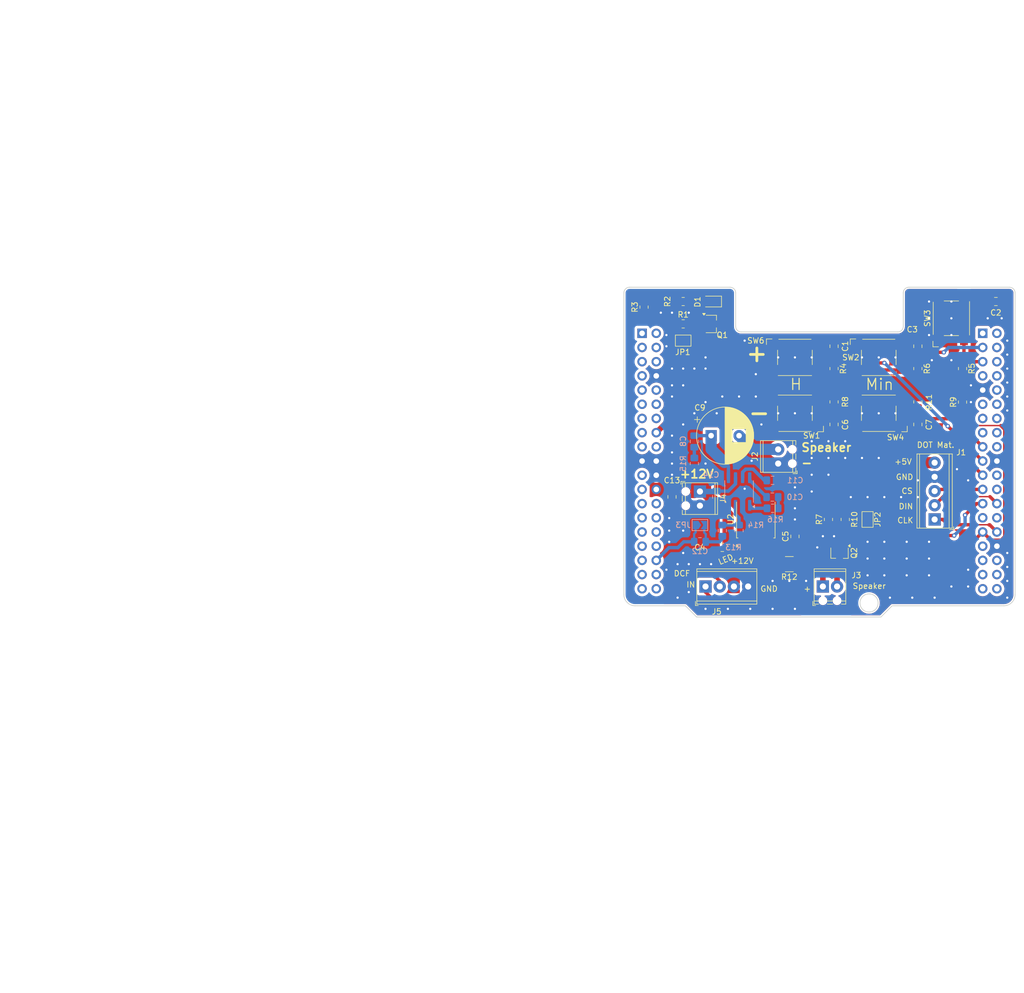
<source format=kicad_pcb>
(kicad_pcb (version 20240108) (generator "pcbnew") (generator_version "8.0")
  (title_block (comment 4 "AISLER Project ID: NWJBSRSO"))
  (layers (0 "F.Cu" signal) (31 "B.Cu" signal) (34 "B.Paste" user) (35 "F.Paste" user) (36 "B.SilkS" user "B.Silkscreen") (37 "F.SilkS" user "F.Silkscreen") (38 "B.Mask" user) (39 "F.Mask" user) (44 "Edge.Cuts" user))
  (net 0 "")
  (net 2 "GND")
  (net 11 "/Hplus")
  (net 12 "/RSTsec")
  (net 19 "/Mplus")
  (net 22 "/Hminus")
  (net 40 "/Mminus")
  (net 62 "Net-(D1-K)")
  (net 63 "Net-(D1-A)")
  (net 64 "Net-(JP1-B)")
  (net 65 "Net-(JP2-A)")
  (net 66 "Net-(JP2-B)")
  (net 67 "+12V")
  (net 68 "+5V")
  (net 69 "/DCF_IN")
  (net 70 "/DIN")
  (net 71 "/CS")
  (net 72 "/CLK")
  (net 73 "+3V3")
  (net 74 "/DCF_SIGNAL")
  (net 75 "Net-(C8-Pad1)")
  (net 76 "Net-(C8-Pad2)")
  (net 77 "Net-(J3-Pin_1)")
  (net 78 "Net-(C10-Pad1)")
  (net 79 "Net-(C10-Pad2)")
  (net 80 "Net-(U3-BYPASS)")
  (net 81 "/Sound_IN")
  (net 82 "Net-(U3-+)")
  (net 83 "Net-(R16-Pad2)")
  (net 85 "Net-(J3-Pin_2)")
  (net 86 "Net-(JP3-B)")
  (net 87 "Net-(J2-Pin_2)")
  (footprint "Capacitor_SMD:C_0805_2012Metric_Pad1.18x1.45mm_HandSolder" (layer "F.Cu") (at 179 79 90)
    (property "Reference" "C3")
    (property "Value" "100n")
  )
  (footprint "Resistor_SMD:R_0805_2012Metric_Pad1.20x1.40mm_HandSolder" (layer "F.Cu") (at 130 72 90)
    (property "Reference" "R3")
    (property "Value" "22k")
  )
  (footprint "Resistor_SMD:R_0805_2012Metric_Pad1.20x1.40mm_HandSolder" (layer "F.Cu") (at 179 83 -90)
    (property "Reference" "R6")
    (property "Value" "4.7k")
  )
  (footprint "TerminalBlock_Phoenix:TerminalBlock_Phoenix_MPT-0,5-2-2.54_1x02_P2.54mm_Horizontal" (layer "F.Cu") (at 140 105 -90)
    (property "Reference" "J4")
    (property "Value" "Screw_Terminal_01x02")
  )
  (footprint "Resistor_SMD:R_0805_2012Metric_Pad1.20x1.40mm_HandSolder" (layer "F.Cu") (at 187 83 -90)
    (property "Reference" "R5")
    (property "Value" "4.7k")
  )
  (footprint "Package_TO_SOT_SMD:TSOT-23" (layer "F.Cu") (at 165 116 -90)
    (property "Reference" "Q2")
    (property "Value" "2STR1160")
  )
  (footprint "Capacitor_SMD:C_0805_2012Metric_Pad1.18x1.45mm_HandSolder" (layer "F.Cu") (at 164 93 -90)
    (property "Reference" "C6")
    (property "Value" "100n")
  )
  (footprint "Capacitor_SMD:C_0805_2012Metric_Pad1.18x1.45mm_HandSolder" (layer "F.Cu") (at 157 113.0375 90)
    (property "Reference" "C5")
    (property "Value" "100n")
  )
  (footprint "Capacitor_SMD:C_0805_2012Metric_Pad1.18x1.45mm_HandSolder" (layer "F.Cu") (at 192.9625 71)
    (property "Reference" "C2")
    (property "Value" "100n")
  )
  (footprint "Capacitor_SMD:C_0805_2012Metric_Pad1.18x1.45mm_HandSolder" (layer "F.Cu") (at 135 105.9625 -90)
    (property "Reference" "C13")
    (property "Value" "4.7u")
  )
  (footprint "Resistor_SMD:R_1210_3225Metric_Pad1.30x2.65mm_HandSolder" (layer "F.Cu") (at 156 118 180)
    (property "Reference" "R12")
    (property "Value" "220")
  )
  (footprint "Capacitor_SMD:C_0805_2012Metric_Pad1.18x1.45mm_HandSolder" (layer "F.Cu") (at 164 79 90)
    (property "Reference" "C1")
    (property "Value" "100n")
  )
  (footprint "TerminalBlock_Phoenix:TerminalBlock_Phoenix_MPT-0,5-2-2.54_1x02_P2.54mm_Horizontal" (layer "F.Cu") (at 154 100 90)
    (property "Reference" "J2")
    (property "Value" "Screw_Terminal_01x02")
  )
  (footprint "TerminalBlock_Phoenix:TerminalBlock_Phoenix_MPT-0,5-4-2.54_1x04_P2.54mm_Horizontal" (layer "F.Cu") (at 141 122)
    (property "Reference" "J5")
    (property "Value" "Screw_Terminal_01x04")
  )
  (footprint "Resistor_SMD:R_0805_2012Metric_Pad1.20x1.40mm_HandSolder" (layer "F.Cu") (at 166 110 -90)
    (property "Reference" "R10")
    (property "Value" "100")
  )
  (footprint "Package_TO_SOT_SMD:TO-252-2" (layer "F.Cu") (at 150 110 90)
    (property "Reference" "U2")
    (property "Value" "LM78M05_TO252")
  )
  (footprint "Capacitor_SMD:C_0805_2012Metric_Pad1.18x1.45mm_HandSolder" (layer "F.Cu") (at 144 115 180)
    (property "Reference" "C4")
    (property "Value" "4.7u")
  )
  (footprint "Nucleo_64:ST_Morpho_Connector_64_NOHOLES_TOP" (layer "F.Cu") (at 160 102)
    (property "Reference" "U1" (hide yes))
    (property "Value" "CO StartClock")
    (fp_line (start -33.605786 -32.554214) (end -33.605786 21.445786) (stroke (width 0.15)) (layer "Edge.Cuts"))
    (fp_line (start -22.605786 23.445786) (end -31.605786 23.445786) (stroke (width 0.15)) (layer "Edge.Cuts"))
    (fp_line (start -20.605786 25.445786) (end -22.605786 23.445786) (stroke (width 0.15)) (layer "Edge.Cuts"))
    (fp_line (start -14.605786 -33.554214) (end -32.605786 -33.554214) (stroke (width 0.15)) (layer "Edge.Cuts"))
    (fp_line (start -13.605786 -26.554214) (end -13.605786 -32.554214) (stroke (width 0.15)) (layer "Edge.Cuts"))
    (fp_line (start -12.605786 -25.554214) (end 15.394214 -25.554214) (stroke (width 0.15)) (layer "Edge.Cuts"))
    (fp_line (start 12.394214 25.445786) (end -20.605786 25.445786) (stroke (width 0.15)) (layer "Edge.Cuts"))
    (fp_line (start 14.394214 23.445786) (end 12.394214 25.445786) (stroke (width 0.15)) (layer "Edge.Cuts"))
    (fp_line (start 16.394214 -26.554214) (end 16.394214 -32.554214) (stroke (width 0.15)) (layer "Edge.Cuts"))
    (fp_line (start 17.394214 -33.554214) (end 35.394214 -33.554214) (stroke (width 0.15)) (layer "Edge.Cuts"))
    (fp_line (start 34.394214 23.445786) (end 14.394214 23.445786) (stroke (width 0.15)) (layer "Edge.Cuts"))
    (fp_line (start 36.394214 -32.554214) (end 36.394214 21.445786) (stroke (width 0.15)) (layer "Edge.Cuts"))
    (fp_arc (start -33.605786 -32.554214) (mid -33.312883 -33.261311) (end -32.605786 -33.554214) (stroke (width 0.15)) (layer "Edge.Cuts"))
    (fp_arc (start -31.605786 23.445786) (mid -33.020004 22.860004) (end -33.605786 21.445786) (stroke (width 0.15)) (layer "Edge.Cuts"))
    (fp_arc (start -14.605786 -33.554214) (mid -13.898683 -33.261317) (end -13.605786 -32.554214) (stroke (width 0.15)) (layer "Edge.Cuts"))
    (fp_arc (start -12.605786 -25.554214) (mid -13.312897 -25.847103) (end -13.605786 -26.554214) (stroke (width 0.15)) (layer "Edge.Cuts"))
    (fp_arc (start 16.394214 -32.554214) (mid 16.687113 -33.261307) (end 17.394214 -33.554214) (stroke (width 0.15)) (layer "Edge.Cuts"))
    (fp_arc (start 16.394214 -26.554214) (mid 16.101327 -25.847093) (end 15.394214 -25.554214) (stroke (width 0.15)) (layer "Edge.Cuts"))
    (fp_arc (start 35.394214 -33.554214) (mid 36.101317 -33.261317) (end 36.394214 -32.554214) (stroke (width 0.15)) (layer "Edge.Cuts"))
    (fp_arc (start 36.394214 21.445786) (mid 35.808433 22.860014) (end 34.394214 23.445786) (stroke (width 0.15)) (layer "Edge.Cuts"))
    (fp_circle (center 10.264214 22.945786) (end 11.894214 22.945786) (stroke (width 0.15)) (fill none) (layer "Edge.Cuts"))
  )
  (footprint "Resistor_SMD:R_0805_2012Metric_Pad1.20x1.40mm_HandSolder" (layer "F.Cu") (at 187 89 90)
    (property "Reference" "R9")
    (property "Value" "22k")
  )
  (footprint "Capacitor_THT:CP_Radial_D10.0mm_P5.00mm" (layer "F.Cu") (at 142 95)
    (property "Reference" "C9")
    (property "Value" "220u")
  )
  (footprint "Button_Switch_SMD:SW_SPST_Omron_B3FS-101xP" (layer "F.Cu") (at 172 91 180)
    (property "Reference" "SW4")
    (property "Value" "SW_Omron_B3FS")
  )
  (footprint "Resistor_SMD:R_0805_2012Metric_Pad1.20x1.40mm_HandSolder" (layer "F.Cu") (at 164 83 -90)
    (property "Reference" "R4")
    (property "Value" "4.7k")
  )
  (footprint "LED_SMD:LED_0805_2012Metric_Pad1.15x1.40mm_HandSolder" (layer "F.Cu") (at 142 71 180)
    (property "Reference" "D1")
    (property "Value" "LED")
  )
  (footprint "Capacitor_SMD:C_0805_2012Metric_Pad1.18x1.45mm_HandSolder" (layer "F.Cu") (at 179 93 -90)
    (property "Reference" "C7")
    (property "Value" "100n")
  )
  (footprint "Button_Switch_SMD:SW_SPST_Omron_B3FS-101xP" (layer "F.Cu") (at 185 74 90)
    (property "Reference" "SW3")
    (property "Value" "SW_Omron_B3FS")
  )
  (footprint "Resistor_SMD:R_0805_2012Metric_Pad1.20x1.40mm_HandSolder" (layer "F.Cu") (at 137 71 180)
    (property "Reference" "R2")
    (property "Value" "220")
  )
  (footprint "Button_Switch_SMD:SW_SPST_Omron_B3FS-101xP" (layer "F.Cu") (at 157 81)
    (property "Reference" "SW6")
    (property "Value" "SW_Omron_B3FS")
  )
  (footprint "Resistor_SMD:R_0805_2012Metric_Pad1.20x1.40mm_HandSolder" (layer "F.Cu") (at 179 88.9625 90)
    (property "Reference" "R11")
    (property "Value" "4.7k")
  )
  (footprint "Package_TO_SOT_SMD:TSOT-23" (layer "F.Cu") (at 142 75)
    (property "Reference" "Q1")
    (property "Value" "2STR1160")
  )
  (footprint "Button_Switch_SMD:SW_SPST_Omron_B3FS-101xP" (layer "F.Cu") (at 172 81)
    (property "Reference" "SW2")
    (property "Value" "SW_Omron_B3FS")
  )
  (footprint "Resistor_SMD:R_0805_2012Metric_Pad1.20x1.40mm_HandSolder" (layer "F.Cu") (at 163 110 90)
    (property "Reference" "R7")
    (property "Value" "1Meg")
  )
  (footprint "Resistor_SMD:R_0805_2012Metric_Pad1.20x1.40mm_HandSolder" (layer "F.Cu") (at 164 88.9625 90)
    (property "Reference" "R8")
    (property "Value" "4.7k")
  )
  (footprint "Nucleo_64:SolderJumper-TrianglePad1.0x1.5mm" (layer "F.Cu") (at 137 78)
    (property "Reference" "JP1")
    (property "Value" "SolderJumper_2_Open")
  )
  (footprint "Resistor_SMD:R_0805_2012Metric_Pad1.20x1.40mm_HandSolder" (layer "F.Cu") (at 137.000001 75)
    (property "Reference" "R1")
    (property "Value" "100")
  )
  (footprint "TerminalBlock_Phoenix:TerminalBlock_Phoenix_MPT-0,5-2-2.54_1x02_P2.54mm_Horizontal" (layer "F.Cu") (at 162 122)
    (property "Reference" "J3")
    (property "Value" "Screw_Terminal_01x02")
  )
  (footprint "TerminalBlock_Phoenix:TerminalBlock_Phoenix_MPT-0,5-5-2.54_1x05_P2.54mm_Horizontal" (layer "F.Cu") (at 182 110 90)
    (property "Reference" "J1")
    (property "Value" "Screw_Terminal_01x05")
  )
  (footprint "Nucleo_64:SolderJumper-TrianglePad1.0x1.5mm" (layer "F.Cu") (at 170 110 -90)
    (property "Reference" "JP2")
    (property "Value" "SolderJumper_2_Open")
  )
  (footprint "Button_Switch_SMD:SW_SPST_Omron_B3FS-101xP" (layer "F.Cu") (at 157 91 180)
    (property "Reference" "SW1")
    (property "Value" "SW_Omron_B3FS")
  )
  (footprint "Capacitor_SMD:C_0805_2012Metric_Pad1.18x1.45mm_HandSolder" (layer "B.Cu") (at 140 114)
    (property "Reference" "C12")
    (property "Value" "100n")
  )
  (footprint "Package_SO:SOIC-8_3.9x4.9mm_P1.27mm" (layer "B.Cu") (at 147 105 90)
    (property "Reference" "U3" (hide yes))
    (property "Value" "LM386")
  )
  (footprint "Resistor_SMD:R_0805_2012Metric_Pad1.20x1.40mm_HandSolder" (layer "B.Cu") (at 152.999999 108 180)
    (property "Reference" "R16")
    (property "Value" "1.2k")
  )
  (footprint "Capacitor_SMD:C_0805_2012Metric_Pad1.18x1.45mm_HandSolder" (layer "B.Cu") (at 152.9625 106)
    (property "Reference" "C10")
    (property "Value" "10u")
  )
  (footprint "Capacitor_SMD:C_0805_2012Metric_Pad1.18x1.45mm_HandSolder" (layer "B.Cu") (at 143 105.9625 -90)
    (property "Reference" "C14")
    (property "Value" "4.7u")
  )
  (footprint "Resistor_SMD:R_0805_2012Metric_Pad1.20x1.40mm_HandSolder" (layer "B.Cu") (at 139 100.000001 90)
    (property "Reference" "R15")
    (property "Value" "10")
  )
  (footprint "Capacitor_SMD:C_0805_2012Metric_Pad1.18x1.45mm_HandSolder" (layer "B.Cu") (at 153 103)
    (property "Reference" "C11")
    (property "Value" "100n")
  )
  (footprint "Capacitor_SMD:C_0805_2012Metric_Pad1.18x1.45mm_HandSolder" (layer "B.Cu") (at 139 96.0375 -90)
    (property "Reference" "C8")
    (property "Value" "50n")
  )
  (footprint "Resistor_SMD:R_0805_2012Metric_Pad1.20x1.40mm_HandSolder" (layer "B.Cu") (at 144 112 -90)
    (property "Reference" "R13")
    (property "Value" "9.1k")
  )
  (footprint "Nucleo_64:SolderJumper-TrianglePad1.0x1.5mm" (layer "B.Cu") (at 140 111)
    (property "Reference" "JP3")
    (property "Value" "SolderJumper_2_Open")
  )
  (footprint "Resistor_SMD:R_0805_2012Metric_Pad1.20x1.40mm_HandSolder" (layer "B.Cu") (at 147 112 90)
    (property "Reference" "R14")
    (property "Value" "1.2k")
  )
  (gr_text "Speaker" (at 158 98 0) (layer "F.SilkS") (effects (font (size 1.5 1.5) (thickness 0.3) (bold yes)) (justify left bottom)))
  (gr_text "CS" (at 176 105.5 0) (layer "F.SilkS") (effects (font (size 1 1)) (justify left bottom)))
  (gr_text "+" (at 158.5 123 0) (layer "F.SilkS") (effects (font (size 1 1)) (justify left bottom)))
  (gr_text "GND" (at 150.75 123 0) (layer "F.SilkS") (effects (font (size 1 1)) (justify left bottom)))
  (gr_text "+5V" (at 174.75 100.25 0) (layer "F.SilkS") (effects (font (size 1 1)) (justify left bottom)))
  (gr_text "+12V" (at 145.5 118 0) (layer "F.SilkS") (effects (font (size 1 1)) (justify left bottom)))
  (gr_text "DOT Mat." (at 178.75 97.25 0) (layer "F.SilkS") (effects (font (size 1 1)) (justify left bottom)))
  (gr_text "DIN" (at 175.5 108.25 0) (layer "F.SilkS") (effects (font (size 1 1)) (justify left bottom)))
  (gr_text "Min" (at 169.5 87 0) (layer "F.SilkS") (effects (font (size 2 2) (thickness 0.2)) (justify left bottom)))
  (gr_text "H" (at 156 87 0) (layer "F.SilkS") (effects (font (size 2 2) (thickness 0.2)) (justify left bottom)))
  (gr_text "LED" (at 143.5 118.25 22.5) (layer "F.SilkS") (effects (font (size 1 1)) (justify left bottom)))
  (gr_text "Speaker" (at 167.25 122.5 0) (layer "F.SilkS") (effects (font (size 1 1)) (justify left bottom)))
  (gr_text "GND" (at 175 103 0) (layer "F.SilkS") (effects (font (size 1 1)) (justify left bottom)))
  (gr_text "-" (at 158 100.75 0) (layer "F.SilkS") (effects (font (size 1.5 1.5) (thickness 0.3) (bold yes)) (justify left bottom)))
  (gr_text "+" (at 148 82 0) (layer "F.SilkS") (effects (font (size 3 3) (thickness 0.5) (bold yes)) (justify left bottom)))
  (gr_text "+12V" (at 136.25 102.75 0) (layer "F.SilkS") (effects (font (size 1.5 1.5) (thickness 0.3) (bold yes)) (justify left bottom)))
  (gr_text "DCF" (at 135.25 120.25 0) (layer "F.SilkS") (effects (font (size 1 1)) (justify left bottom)))
  (gr_text "IN" (at 137.5 122.25 0) (layer "F.SilkS") (effects (font (size 1 1)) (justify left bottom)))
  (gr_text "-" (at 148.421 92.621999 0) (layer "F.SilkS") (effects (font (size 3 3) (thickness 0.5) (bold yes)) (justify left bottom)))
  (gr_text "CLK" (at 175.25 110.75 0) (layer "F.SilkS") (effects (font (size 1 1)) (justify left bottom)))
  (via (at 137 86) (size 0.8) (drill 0.4) (layers "F.Cu" "B.Cu") (net 2))
  (via (at 141 81) (size 0.8) (drill 0.4) (layers "F.Cu" "B.Cu") (net 2))
  (via (at 151 93) (size 0.8) (drill 0.4) (layers "F.Cu" "B.Cu") (net 2))
  (via (at 163 99) (size 0.8) (drill 0.4) (layers "F.Cu" "B.Cu") (net 2))
  (via (at 160 99) (size 0.8) (drill 0.4) (layers "F.Cu" "B.Cu") (net 2))
  (via (at 163 102) (size 0.8) (drill 0.4) (layers "F.Cu" "B.Cu") (net 2))
  (via (at 173 117) (size 0.8) (drill 0.4) (layers "F.Cu" "B.Cu") (net 2))
  (via (at 169 91) (size 0.8) (drill 0.4) (layers "F.Cu" "B.Cu") (net 2))
  (via (at 134 119) (size 0.8) (drill 0.4) (layers "F.Cu" "B.Cu") (net 2))
  (via (at 141 83) (size 0.8) (drill 0.4) (layers "F.Cu" "B.Cu") (net 2))
  (via (at 133 73) (size 0.8) (drill 0.4) (layers "F.Cu" "B.Cu") (net 2))
  (via (at 173 106) (size 0.8) (drill 0.4) (layers "F.Cu" "B.Cu") (net 2))
  (via (at 195 116) (size 0.8) (drill 0.4) (layers "F.Cu" "B.Cu") (net 2))
  (via (at 141 126) (size 0.8) (drill 0.4) (layers "F.Cu" "B.Cu") (net 2))
  (via (at 139 83) (size 0.8) (drill 0.4) (layers "F.Cu" "B.Cu") (net 2))
  (via (at 148 78) (size 0.8) (drill 0.4) (layers "F.Cu" "B.Cu") (net 2))
  (via (at 157 104.25) (size 0.8) (drill 0.4) (layers "F.Cu" "B.Cu") (net 2))
  (via (at 157 81) (size 0.8) (drill 0.4) (layers "F.Cu" "B.Cu") (net 2))
  (via (at 195 121) (size 0.8) (drill 0.4) (layers "F.Cu" "B.Cu") (net 2))
  (via (at 170 117) (size 0.8) (drill 0.4) (layers "F.Cu" "B.Cu") (net 2))
  (via (at 195 83) (size 0.8) (drill 0.4) (layers "F.Cu" "B.Cu") (net 2))
  (via (at 150 88) (size 0.8) (drill 0.4) (layers "F.Cu" "B.Cu") (net 2))
  (via (at 134.5 112) (size 0.8) (drill 0.4) (layers "F.Cu" "B.Cu") (net 2))
  (via (at 135 100) (size 0.8) (drill 0.4) (layers "F.Cu" "B.Cu") (net 2))
  (via (at 134.5 114) (size 0.8) (drill 0.4) (layers "F.Cu" "B.Cu") (net 2))
  (via (at 188.5 89) (size 0.8) (drill 0.4) (layers "F.Cu" "B.Cu") (net 2))
  (via (at 177 117) (size 0.8) (drill 0.4) (layers "F.Cu" "B.Cu") (net 2))
  (via (at 149.25 99.5) (size 0.8) (drill 0.4) (layers "F.Cu" "B.Cu") (net 2))
  (via (at 134.5 109.75) (size 0.8) (drill 0.4) (layers "F.Cu" "B.Cu") (net 2))
  (via (at 141 100) (size 0.8) (drill 0.4) (layers "F.Cu" "B.Cu") (net 2))
  (via (at 182 124) (size 0.8) (drill 0.4) (layers "F.Cu" "B.Cu") (net 2))
  (via (at 177 120) (size 0.8) (drill 0.4) (layers "F.Cu" "B.Cu") (net 2))
  (via (at 137 93) (size 0.8) (drill 0.4) (layers "F.Cu" "B.Cu") (net 2))
  (via (at 169 81) (size 0.8) (drill 0.4) (layers "F.Cu" "B.Cu") (net 2))
  (via (at 166 99) (size 0.8) (drill 0.4) (layers "F.Cu" "B.Cu") (net 2))
  (via (at 157 126) (size 0.8) (drill 0.4) (layers "F.Cu" "B.Cu") (net 2))
  (via (at 175 91) (size 0.8) (drill 0.4) (layers "F.Cu" "B.Cu") (net 2))
  (via (at 135 102) (size 0.8) (drill 0.4) (layers "F.Cu" "B.Cu") (net 2))
  (via (at 163 96) (size 0.8) (drill 0.4) (layers "F.Cu" "B.Cu") (net 2))
  (via (at 154 81) (size 0.8) (drill 0.4) (layers "F.Cu" "B.Cu") (net 2))
  (via (at 181 117) (size 0.8) (drill 0.4) (layers "F.Cu" "B.Cu") (net 2))
  (via (at 136 118) (size 0.8) (drill 0.4) (layers "F.Cu" "B.Cu") (net 2))
  (via (at 138 118) (size 0.8) (drill 0.4) (layers "F.Cu" "B.Cu") (net 2))
  (via (at 194 74) (size 0.8) (drill 0.4) (layers "F.Cu" "B.Cu") (net 2))
  (via (at 150 84) (size 0.8) (drill 0.4) (layers "F.Cu" "B.Cu") (net 2))
  (via (at 160 91) (size 0.8) (drill 0.4) (layers "F.Cu" "B.Cu") (net 2))
  (via (at 156 121) (size 0.8) (drill 0.4) (layers "F.Cu" "B.Cu") (net 2))
  (via (at 172 81) (size 0.8) (drill 0.4) (layers "F.Cu" "B.Cu") (net 2))
  (via (at 173 114) (size 0.8) (drill 0.4) (layers "F.Cu" "B.Cu") (net 2))
  (via (at 181 114) (size 0.8) (drill 0.4) (layers "F.Cu" "B.Cu") (net 2))
  (via (at 145 126) (size 0.8) (drill 0.4) (layers "F.Cu" "B.Cu") (net 2))
  (via (at 153 126) (size 0.8) (drill 0.4) (layers "F.Cu" "B.Cu") (net 2))
  (via (at 188 122) (size 0.8) (drill 0.4) (layers "F.Cu" "B.Cu") (net 2))
  (via (at 143 91) (size 0.8) (drill 0.4) (layers "F.Cu" "B.Cu") (net 2))
  (via (at 188 103) (size 0.8) (drill 0.4) (layers "F.Cu" "B.Cu") (net 2))
  (via (at 140 118) (size 0.8) (drill 0.4) (layers "F.Cu" "B.Cu") (net 2))
  (via (at 185 77) (size 0.8) (drill 0.4) (layers "F.Cu" "B.Cu") (net 2))
  (via (at 157 110) (size 0.8) (drill 0.4) (layers "F.Cu" "B.Cu") (net 2))
  (via (at 135 95) (size 0.8) (drill 0.4) (layers "F.Cu" "B.Cu") (net 2))
  (via (at 138 73) (size 0.8) (drill 0.4) (layers "F.Cu" "B.Cu") (net 2))
  (via (at 160 81) (size 0.8) (drill 0.4) (layers "F.Cu" "B.Cu") (net 2))
  (via (at 167 106) (size 0.8) (drill 0.4) (layers "F.Cu" "B.Cu") (net 2))
  (via (at 175 81) (size 0.8) (drill 0.4) (layers "F.Cu" "B.Cu") (net 2))
  (via (at 166 96) (size 0.8) (drill 0.4) (layers "F.Cu" "B.Cu") (net 2))
  (via (at 195 78) (size 0.8) (drill 0.4) (layers "F.Cu" "B.Cu") (net 2))
  (via (at 191.5 74) (size 0.8) (drill 0.4) (layers "F.Cu" "B.Cu") (net 2))
  (via (at 137 116) (size 0.8) (drill 0.4) (layers "F.Cu" "B.Cu") (net 2))
  (via (at 135 88) (size 0.8) (drill 0.4) (layers "F.Cu" "B.Cu") (net 2))
  (via (at 173 120) (size 0.8) (drill 0.4) (layers "F.Cu" "B.Cu") (net 2))
  (via (at 134 79) (size 0.8) (drill 0.4) (layers "F.Cu" "B.Cu") (net 2))
  (via (at 170 120) (size 0.8) (drill 0.4) (layers "F.Cu" "B.Cu") (net 2))
  (via (at 137 83) (size 0.8) (drill 0.4) (layers "F.Cu" "B.Cu") (net 2))
  (via (at 136 124) (size 0.8) (drill 0.4) (layers "F.Cu" "B.Cu") (net 2))
  (via (at 159 121) (size 0.8) (drill 0.4) (layers "F.Cu" "B.Cu") (net 2))
  (via (at 185 71) (size 0.8) (drill 0.4) (layers "F.Cu" "B.Cu") (net 2))
  (via (at 135 86) (size 0.8) (drill 0.4) (layers "F.Cu" "B.Cu") (net 2))
  (via (at 147 88) (size 0.8) (drill 0.4) (layers "F.Cu" "B.Cu") (net 2))
  (via (at 181 120) (size 0.8) (drill 0.4) (layers "F.Cu" "B.Cu") (net 2))
  (via (at 169 99) (size 0.8) (drill 0.4) (layers "F.Cu" "B.Cu") (net 2))
  (via (at 195 124) (size 0.8) (drill 0.4) (layers "F.Cu" "B.Cu") (net 2))
  (via (at 160 96) (size 0.8) (drill 0.4) (layers "F.Cu" "B.Cu") (net 2))
  (via (at 160 105) (size 0.8) (drill 0.4) (layers "F.Cu" "B.Cu") (net 2))
  (via (at 170 106) (size 0.8) (drill 0.4) (layers "F.Cu" "B.Cu") (net 2))
  (via (at 195 80.5) (size 0.8) (drill 0.4) (layers "F.Cu" "B.Cu") (net 2))
  (via (at 179 106) (size 0.8) (drill 0.4) (layers "F.Cu" "B.Cu") (net 2))
  (via (at 170 114) (size 0.8) (drill 0.4) (layers "F.Cu" "B.Cu") (net 2))
  (via (at 157 91) (size 0.8) (drill 0.4) (layers "F.Cu" "B.Cu") (net 2))
  (via (at 181 74) (size 0.8) (drill 0.4) (layers "F.Cu" "B.Cu") (net 2))
  (via (at 188.5 86) (size 0.8) (drill 0.4) (layers "F.Cu" "B.Cu") (net 2))
  (via (at 162 113) (size 0.8) (drill 0.4) (layers "F.Cu" "B.Cu") (net 2))
  (via (at 195 118.5) (size 0.8) (drill 0.4) (layers "F.Cu" "B.Cu") (net 2))
  (via (at 178 124) (size 0.8) (drill 0.4) (layers "F.Cu" "B.Cu") (net 2))
  (via (at 160 102) (size 0.8) (drill 0.4) (layers "F.Cu" "B.Cu") (net 2))
  (via (at 195 90.5) (size 0.8) (drill 0.4) (layers "F.Cu" "B.Cu") (net 2))
  (via (at 185 122) (size 0.8) (drill 0.4) (layers "F.Cu" "B.Cu") (net 2))
  (via (at 135 98) (size 0.8) (drill 0.4) (layers "F.Cu" "B.Cu") (net 2))
  (via (at 134 77) (size 0.8) (drill 0.4) (layers "F.Cu" "B.Cu") (net 2))
  (via (at 157 108) (size 0.8) (drill 0.4) (layers "F.Cu" "B.Cu") (net 2))
  (via (at 181 71) (size 0.8) (drill 0.4) (layers "F.Cu" "B.Cu") (net 2))
  (via (at 135 83) (size 0.8) (drill 0.4) (layers "F.Cu" "B.Cu") (net 2))
  (via (at 195 88) (size 0.8) (drill 0.4) (layers "F.Cu" "B.Cu") (net 2))
  (via (at 144 88) (size 0.8) (drill 0.4) (layers "F.Cu" "B.Cu") (net 2))
  (via (at 186 101) (size 0.8) (drill 0.4) (layers "F.Cu" "B.Cu") (net 2))
  (via (at 141 89) (size 0.8) (drill 0.4) (layers "F.Cu" "B.Cu") (net 2))
  (via (at 188 119) (size 0.8) (drill 0.4) (layers "F.Cu" "B.Cu") (net 2))
  (via (at 149 126) (size 0.8) (drill 0.4) (layers "F.Cu" "B.Cu") (net 2))
  (via (at 139 91) (size 0.8) (drill 0.4) (layers "F.Cu" "B.Cu") (net 2))
  (via (at 185 81.5) (size 0.8) (drill 0.4) (layers "F.Cu" "B.Cu") (net 2))
  (via (at 138 123) (size 0.8) (drill 0.4) (layers "F.Cu" "B.Cu") (net 2))
  (via (at 181.5 81.5) (size 0.8) (drill 0.4) (layers "F.Cu" "B.Cu") (net 2))
  (via (at 174 124) (size 0.8) (drill 0.4) (layers "F.Cu" "B.Cu") (net 2))
  (via (at 148 104.5) (size 0.8) (drill 0.4) (layers "F.Cu" "B.Cu") (net 2))
  (via (at 137 112) (size 0.8) (drill 0.4) (layers "F.Cu" "B.Cu") (net 2))
  (via (at 154 91) (size 0.8) (drill 0.4) (layers "F.Cu" "B.Cu") (net 2))
  (via (at 153 121) (size 0.8) (drill 0.4) (layers "F.Cu" "B.Cu") (net 2))
  (via (at 172 99) (size 0.8) (drill 0.4) (layers "F.Cu" "B.Cu") (net 2))
  (via (at 135 73) (size 0.8) (drill 0.4) (layers "F.Cu" "B.Cu") (net 2))
  (via (at 177 114) (size 0.8) (drill 0.4) (layers "F.Cu" "B.Cu") (net 2))
  (via (at 161 115) (size 0.8) (drill 0.4) (layers "F.Cu" "B.Cu") (net 2))
  (via (at 142 118) (size 0.8) (drill 0.4) (layers "F.Cu" "B.Cu") (net 2))
  (via (at 195 85.5) (size 0.8) (drill 0.4) (layers "F.Cu" "B.Cu") (net 2))
  (via (at 172 91) (size 0.8) (drill 0.4) (layers "F.Cu" "B.Cu") (net 2))
  (via (at 181 77) (size 0.8) (drill 0.4) (layers "F.Cu" "B.Cu") (net 2))
  (via (at 164 113) (size 0.8) (drill 0.4) (layers "F.Cu" "B.Cu") (net 2))
  (via (at 179 103) (size 0.8) (drill 0.4) (layers "F.Cu" "B.Cu") (net 2))
  (via (at 176 106) (size 0.8) (drill 0.4) (layers "F.Cu" "B.Cu") (net 2))
  (via (at 185 74) (size 0.8) (drill 0.4) (layers "F.Cu" "B.Cu") (net 2))
  (segment (start 190.604214 99.545786) (end 184.3532 93.294772) (width 0.6) (layer "F.Cu") (net 11))
  (segment (start 164.0088 81.9912) (end 173 81.9912) (width 0.6) (layer "F.Cu") (net 11))
  (segment (start 162.7036 82) (end 164 82) (width 0.6) (layer "F.Cu") (net 11))
  (segment (start 164 82) (end 164 80.0375) (width 0.6) (layer "F.Cu") (net 11))
  (segment (start 184.3532 93.294772) (end 184.3532 93.2942) (width 0.6) (layer "F.Cu") (net 11))
  (segment (start 153 83.250001) (end 160.999999 83.250001) (width 0.6) (layer "F.Cu") (net 11))
  (segment (start 160.999999 83.250001) (end 161.453599 83.250001) (width 0.6) (layer "F.Cu") (net 11))
  (segment (start 161.453599 83.250001) (end 162.7036 82) (width 0.6) (layer "F.Cu") (net 11))
  (via (at 184.3532 93.2942) (size 0.8) (drill 0.4) (layers "F.Cu" "B.Cu") (net 11))
  (via (at 173 81.9912) (size 0.8) (drill 0.4) (layers "F.Cu" "B.Cu") (net 11))
  (segment (start 184.3532 93.2942) (end 173.0502 81.9912) (width 0.6) (layer "B.Cu") (net 11))
  (segment (start 187 82) (end 187 80.3604) (width 0.6) (layer "F.Cu") (net 12))
  (segment (start 190.7102 71) (end 189.7102 70) (width 0.6) (layer "F.Cu") (net 12))
  (segment (start 189.7102 70) (end 187.25 70) (width 0.6) (layer "F.Cu") (net 12))
  (segment (start 189.277614 81.765786) (end 189.0434 82) (width 0.6) (layer "F.Cu") (net 12))
  (segment (start 187 80.3604) (end 187.25 80.1104) (width 0.6) (layer "F.Cu") (net 12))
  (segment (start 190.604214 81.765786) (end 189.277614 81.765786) (width 0.6) (layer "F.Cu") (net 12))
  (segment (start 187.25 78) (end 187.25 70) (width 0.6) (layer "F.Cu") (net 12))
  (segment (start 191.925 71) (end 190.7102 71) (width 0.6) (layer "F.Cu") (net 12))
  (segment (start 189.0434 82) (end 187 82) (width 0.6) (layer "F.Cu") (net 12))
  (segment (start 187.25 80.1104) (end 187.25 78) (width 0.6) (layer "F.Cu") (net 12))
  (segment (start 168 83.25) (end 176 83.25) (width 0.6) (layer "F.Cu") (net 19))
  (segment (start 178.0198 82) (end 179 82) (width 0.6) (layer "F.Cu") (net 19))
  (segment (start 183.642 80.0862) (end 179.0487 80.0862) (width 0.6) (layer "F.Cu") (net 19))
  (segment (start 176 83.25) (end 176.7698 83.25) (width 0.6) (layer "F.Cu") (net 19))
  (segment (start 179 82) (end 179 80.0375) (width 0.6) (layer "F.Cu") (net 19))
  (segment (start 176.7698 83.25) (end 178.0198 82) (width 0.6) (layer "F.Cu") (net 19))
  (via (at 183.642 80.0862) (size 0.8) (drill 0.4) (layers "F.Cu" "B.Cu") (net 19))
  (segment (start 184.502414 79.225786) (end 183.642 80.0862) (width 0.6) (layer "B.Cu") (net 19))
  (segment (start 190.604214 79.225786) (end 184.502414 79.225786) (width 0.6) (layer "B.Cu") (net 19))
  (segment (start 162.987501 89.962501) (end 161.774999 88.749999) (width 0.6) (layer "F.Cu") (net 22))
  (segment (start 164 89.962501) (end 164 91.9625) (width 0.6) (layer "F.Cu") (net 22))
  (segment (start 168.4305 96.393) (end 184.911428 96.393) (width 0.6) (layer "F.Cu") (net 22))
  (segment (start 161.774999 88.749999) (end 161 88.749999) (width 0.6) (layer "F.Cu") (net 22))
  (segment (start 153.000001 88.749999) (end 161 88.749999) (width 0.6) (layer "F.Cu") (net 22))
  (segment (start 164 91.9625) (end 168.4305 96.393) (width 0.6) (layer "F.Cu") (net 22))
  (segment (start 184.911428 96.393) (end 190.604214 102.085786) (width 0.6) (layer "F.Cu") (net 22))
  (segment (start 164 89.962501) (end 162.987501 89.962501) (width 0.6) (layer "F.Cu") (net 22))
  (segment (start 168 88.75) (end 176 88.75) (width 0.6) (layer "F.Cu") (net 40))
  (segment (start 178.430701 89.962501) (end 179 89.962501) (width 0.6) (layer "F.Cu") (net 40))
  (segment (start 190.604214 97.005786) (end 185.571828 91.9734) (width 0.6) (layer "F.Cu") (net 40))
  (segment (start 176 88.75) (end 177.2182 88.75) (width 0.6) (layer "F.Cu") (net 40))
  (segment (start 185.571828 91.9734) (end 179.0109 91.9734) (width 0.6) (layer "F.Cu") (net 40))
  (segment (start 177.2182 88.75) (end 178.430701 89.962501) (width 0.6) (layer "F.Cu") (net 40))
  (segment (start 179 89.962501) (end 179 91.9625) (width 0.6) (layer "F.Cu") (net 40))
  (segment (start 143.025001 71) (end 143.025001 74.715001) (width 0.6) (layer "F.Cu") (net 62))
  (segment (start 143.025001 74.715001) (end 143.31 75) (width 0.6) (layer "F.Cu") (net 62))
  (segment (start 138.000001 71) (end 140.974999 71) (width 0.6) (layer "F.Cu") (net 63))
  (segment (start 140.690001 74.050002) (end 138.95 74.050002) (width 0.6) (layer "F.Cu") (net 64))
  (segment (start 138.000001 75) (end 138.000001 77.786902) (width 0.6) (layer "F.Cu") (net 64))
  (segment (start 138.000001 77.786902) (end 137.786903 78) (width 0.6) (layer "F.Cu") (net 64))
  (segment (start 138.95 74.050002) (end 138.000002 75) (width 0.6) (layer "F.Cu") (net 64))
  (segment (start 168.5878 109.228) (end 168.3598 109) (width 0.6) (layer "F.Cu") (net 65))
  (segment (start 166 109) (end 163 109) (width 0.6) (layer "F.Cu") (net 65))
  (segment (start 190.604214 107.165786) (end 189.506214 107.165786) (width 0.6) (layer "F.Cu") (net 65))
  (segment (start 174.7346 109.228) (end 170 109.228) (width 0.6) (layer "F.Cu") (net 65))
  (segment (start 168.3598 109) (end 166 109) (width 0.6) (layer "F.Cu") (net 65))
  (segment (start 170 109.228) (end 168.5878 109.228) (width 0.6) (layer "F.Cu") (net 65))
  (segment (start 185.4962 112.8776) (end 178.3842 112.8776) (width 0.6) (layer "F.Cu") (net 65))
  (segment (start 178.3842 112.8776) (end 174.7346 109.228) (width 0.6) (layer "F.Cu") (net 65))
  (segment (start 189.506214 107.165786) (end 187.452 109.22) (width 0.6) (layer "F.Cu") (net 65))
  (via (at 187.452 109.22) (size 0.8) (drill 0.4) (layers "F.Cu" "B.Cu") (net 65))
  (via (at 185.4962 112.8776) (size 0.8) (drill 0.4) (layers "F.Cu" "B.Cu") (net 65))
  (segment (start 187.452 110.9218) (end 185.4962 112.8776) (width 0.6) (layer "B.Cu") (net 65))
  (segment (start 187.452 109.22) (end 187.452 110.9218) (width 0.6) (layer "B.Cu") (net 65))
  (segment (start 166 111) (end 169.786903 111) (width 0.6) (layer "F.Cu") (net 66))
  (segment (start 165.95 112.7388) (end 165.95 114.69) (width 0.6) (layer "F.Cu") (net 66))
  (segment (start 166 111) (end 166 112.6888) (width 0.6) (layer "F.Cu") (net 66))
  (segment (start 169.786903 111) (end 170 110.786903) (width 0.6) (layer "F.Cu") (net 66))
  (segment (start 166 112.6888) (end 165.95 112.7388) (width 0.6) (layer "F.Cu") (net 66))
  (segment (start 152 118) (end 149 115) (width 1) (layer "F.Cu") (net 67))
  (segment (start 149 115) (end 148.96 115.04) (width 1) (layer "F.Cu") (net 67))
  (segment (start 145.0375 109.248441) (end 145.0375 115) (width 2) (layer "F.Cu") (net 67))
  (segment (start 140.789059 105) (end 145.0375 109.248441) (width 2) (layer "F.Cu") (net 67))
  (segment (start 140 105) (end 140.789059 105) (width 2) (layer "F.Cu") (net 67))
  (segment (start 148.96 115.04) (end 147.72 115.04) (width 1) (layer "F.Cu") (net 67))
  (segment (start 154.45 118) (end 152 118) (width 1) (layer "F.Cu") (net 67))
  (segment (start 142.925 105) (end 143 104.925) (width 1) (layer "B.Cu") (net 67))
  (segment (start 140 105) (end 142.925 105) (width 1) (layer "B.Cu") (net 67))
  (segment (start 145.075 104.925) (end 143 104.925) (width 0.6) (layer "B.Cu") (net 67))
  (segment (start 146.365001 103.634999) (end 145.075 104.925) (width 0.6) (layer "B.Cu") (net 67))
  (segment (start 146.365001 102.524999) (end 146.365001 103.634999) (width 0.6) (layer "B.Cu") (net 67))
  (segment (start 152.28 115.04) (end 156.035 115.04) (width 2) (layer "F.Cu") (net 68))
  (segment (start 165.405 103.2) (end 174.9 103.2) (width 2) (layer "F.Cu") (net 68))
  (segment (start 159.9438 112.8268) (end 159.9438 108.6612) (width 2) (layer "F.Cu") (net 68))
  (segment (start 159.9438 108.6612) (end 165.405 103.2) (width 2) (layer "F.Cu") (net 68))
  (segment (start 156.035 115.04) (end 157 114.075) (width 2) (layer "F.Cu") (net 68))
  (segment (start 178.26 99.84) (end 182 99.84) (width 2) (layer "F.Cu") (net 68))
  (segment (start 158.6956 114.075) (end 159.9438 112.8268) (width 2) (layer "F.Cu") (net 68))
  (segment (start 174.9 103.2) (end 178.26 99.84) (width 2) (layer "F.Cu") (net 68))
  (segment (start 157 114.075) (end 158.6956 114.075) (width 2) (layer "F.Cu") (net 68))
  (segment (start 194.548214 113.045786) (end 194.548214 93.88423) (width 0.6) (layer "F.Cu") (net 69))
  (segment (start 189.512586 93.195786) (end 189.4078 93.091) (width 0.254) (layer "F.Cu") (net 69))
  (segment (start 156.34916 124) (end 158.79036 126.4412) (width 0.6) (layer "F.Cu") (net 69))
  (segment (start 191.894214 113.535786) (end 194.058214 113.535786) (width 0.254) (layer "F.Cu") (net 69))
  (segment (start 191.894214 113.535786) (end 190.604214 112.245786) (width 0.6) (layer "F.Cu") (net 69))
  (segment (start 141 122) (end 141 123) (width 0.6) (layer "F.Cu") (net 69))
  (segment (start 142 124) (end 156.34916 124) (width 0.6) (layer "F.Cu") (net 69))
  (segment (start 169 122) (end 180.85 122) (width 0.6) (layer "F.Cu") (net 69))
  (segment (start 167.5638 125.2728) (end 167.5638 123.4362) (width 0.6) (layer "F.Cu") (net 69))
  (segment (start 187 90.6832) (end 189.4078 93.091) (width 0.6) (layer "F.Cu") (net 69))
  (segment (start 180.85 122) (end 190.604214 112.245786) (width 0.6) (layer "F.Cu") (net 69))
  (segment (start 166.3954 126.4412) (end 167.5638 125.2728) (width 0.6) (layer "F.Cu") (net 69))
  (segment (start 167.5638 123.4362) (end 169 122) (width 0.6) (layer "F.Cu") (net 69))
  (segment (start 141 123) (end 142 124) (width 0.6) (layer "F.Cu") (net 69))
  (segment (start 193.85977 93.195786) (end 189.512586 93.195786) (width 0.254) (layer "F.Cu") (net 69))
  (segment (start 187 90.6832) (end 187 90) (width 0.6) (layer "F.Cu") (net 69))
  (segment (start 158.79036 126.4412) (end 166.3954 126.4412) (width 0.6) (layer "F.Cu") (net 69))
  (segment (start 194.548214 93.88423) (end 193.85977 93.195786) (width 0.6) (layer "F.Cu") (net 69))
  (segment (start 194.058214 113.535786) (end 194.548214 113.045786) (width 0.6) (layer "F.Cu") (net 69))
  (segment (start 183.544214 105.915786) (end 189 105.915786) (width 0.6) (layer "F.Cu") (net 70))
  (segment (start 191.894214 105.915786) (end 189 105.915786) (width 0.254) (layer "F.Cu") (net 70))
  (segment (start 182 107.46) (end 183.544214 105.915786) (width 0.6) (layer "F.Cu") (net 70))
  (segment (start 191.894214 105.915786) (end 193.144214 107.165786) (width 0.6) (layer "F.Cu") (net 70))
  (segment (start 190.604214 104.625786) (end 182.294214 104.625786) (width 0.6) (layer "F.Cu") (net 71))
  (segment (start 183.45 110) (end 184.3972 110.9472) (width 0.6) (layer "F.Cu") (net 72))
  (segment (start 184.3972 110.9472) (end 189.5094 110.9472) (width 0.6) (layer "F.Cu") (net 72))
  (segment (start 189.5094 110.9472) (end 191.6938 110.9472) (width 0.254) (layer "F.Cu") (net 72))
  (segment (start 191.6938 110.9472) (end 191.7192 110.9726) (width 0.254) (layer "F.Cu") (net 72))
  (segment (start 182 110) (end 183.45 110) (width 0.6) (layer "F.Cu") (net 72))
  (segment (start 191.871028 110.9726) (end 191.7192 110.9726) (width 0.6) (layer "F.Cu") (net 72))
  (segment (start 193.144214 112.245786) (end 191.871028 110.9726) (width 0.6) (layer "F.Cu") (net 72))
  (segment (start 145.594214 85.998586) (end 145.5928 86) (width 1) (layer "F.Cu") (net 73))
  (segment (start 136 70.3) (end 137.0342 69.2658) (width 1) (layer "F.Cu") (net 73))
  (segment (start 140.65 86) (end 132.184214 94.465786) (width 1) (layer "F.Cu") (net 73))
  (segment (start 136 71) (end 136 70.3) (width 1) (layer "F.Cu") (net 73))
  (segment (start 140.650001 86.000001) (end 140.650002 86) (width 1) (layer "F.Cu") (net 73))
  (segment (start 140.650001 86.000001) (end 140.65 86) (width 1) (layer "F.Cu") (net 73))
  (segment (start 145.5928 86) (end 164 86) (width 1) (layer "F.Cu") (net 73))
  (segment (start 135.999999 71) (end 130.000001 71) (width 0.6) (layer "F.Cu") (net 73))
  (segment (start 145.594214 71.045214) (end 145.594214 85.998586) (width 1) (layer "F.Cu") (net 73))
  (segment (start 140.650002 86) (end 145.5928 86) (width 1) (layer "F.Cu") (net 73))
  (segment (start 143.8148 69.2658) (end 145.594214 71.045214) (width 1) (layer "F.Cu") (net 73))
  (segment (start 164 86) (end 164 87.962499) (width 1) (layer "F.Cu") (net 73))
  (segment (start 137.0342 69.2658) (end 143.8148 69.2658) (width 1) (layer "F.Cu") (net 73))
  (segment (start 130 73.000001) (end 131.999999 75) (width 0.6) (layer "F.Cu") (net 74))
  (segment (start 143.54 122) (end 143.54 121.0102) (width 0.6) (layer "F.Cu") (net 74))
  (segment (start 142.6464 120.1166) (end 137.1854 120.1166) (width 0.6) (layer "F.Cu") (net 74))
  (segment (start 127.6 123.155) (end 127.6 75.400001) (width 0.6) (layer "F.Cu") (net 74))
  (segment (start 143.54 121.0102) (end 142.6464 120.1166) (width 0.6) (layer "F.Cu") (net 74))
  (segment (start 137.1854 120.1166) (end 132.9944 124.3076) (width 0.6) (layer "F.Cu") (net 74))
  (segment (start 136.000001 75) (end 136.000001 77.772001) (width 0.6) (layer "F.Cu") (net 74))
  (segment (start 136.000001 77.772001) (end 136.228 78) (width 0.6) (layer "F.Cu") (net 74))
  (segment (start 131.999999 75) (end 136 75) (width 0.6) (layer "F.Cu") (net 74))
  (segment (start 127.6 75.400001) (end 130 73.000001) (width 0.6) (layer "F.Cu") (net 74))
  (segment (start 132.9944 124.3076) (end 128.7526 124.3076) (width 0.6) (layer "F.Cu") (net 74))
  (segment (start 128.7526 124.3076) (end 127.6 123.155) (width 0.6) (layer "F.Cu") (net 74))
  (segment (start 142 95) (end 142 97.423) (width 2) (layer "B.Cu") (net 75))
  (segment (start 142 97.423) (end 144.3736 99.7966) (width 2) (layer "B.Cu") (net 75))
  (segment (start 145.095 100.518) (end 144.3736 99.7966) (width 0.6) (layer "B.Cu") (net 75))
  (segment (start 142 95) (end 139 95) (width 0.6) (layer "B.Cu") (net 75))
  (segment (start 145.095 102.525) (end 145.095 100.518) (width 0.6) (layer "B.Cu") (net 75))
  (segment (start 139 97.075) (end 139 99) (width 0.6) (layer "B.Cu") (net 76))
  (segment (start 157.55 118) (end 160 118) (width 1) (layer "F.Cu") (net 77))
  (segment (start 162 120) (end 162 122) (width 1) (layer "F.Cu") (net 77))
  (segment (start 160 118) (end 162 120) (width 1) (layer "F.Cu") (net 77))
  (segment (start 148.905 102.98) (end 151.925 106) (width 0.6) (layer "B.Cu") (net 78))
  (segment (start 148.905 102.525) (end 148.905 102.98) (width 0.6) (layer "B.Cu") (net 78))
  (segment (start 154 106) (end 154 108) (width 0.6) (layer "B.Cu") (net 79))
  (segment (start 148.189001 100.996) (end 149.51 100.996) (width 0.6) (layer "B.Cu") (net 80))
  (segment (start 149.51 100.996) (end 151.514 103) (width 0.6) (layer "B.Cu") (net 80))
  (segment (start 147.635 102.525) (end 147.635 101.550001) (width 0.6) (layer "B.Cu") (net 80))
  (segment (start 151.514 103) (end 151.9625 103) (width 0.6) (layer "B.Cu") (net 80))
  (segment (start 147.635 101.550001) (end 148.189001 100.996) (width 0.6) (layer "B.Cu") (net 80))
  (segment (start 139.227999 111.000001) (end 139.227999 112.308201) (width 0.4) (layer "B.Cu") (net 81))
  (segment (start 134.464 115.046) (end 136.0584 115.046) (width 0.6) (layer "B.Cu") (net 81))
  (segment (start 132.184214 117.325786) (end 134.464 115.046) (width 0.6) (layer "B.Cu") (net 81))
  (segment (start 139.227999 112.308201) (end 138.9625 112.5737) (width 0.4) (layer "B.Cu") (net 81))
  (segment (start 136.0584 115.046) (end 137.1044 114) (width 0.6) (layer "B.Cu") (net 81))
  (segment (start 138.9625 112.5737) (end 138.9625 114) (width 0.4) (layer "B.Cu") (net 81))
  (segment (start 137.1044 114) (end 138.9625 114) (width 0.6) (layer "B.Cu") (net 81))
  (segment (start 146.365 107.475) (end 146.365 109.0778) (width 0.6) (layer "B.Cu") (net 82))
  (segment (start 146.365 109.0778) (end 147 109.7128) (width 0.6) (layer "B.Cu") (net 82))
  (segment (start 147 109.7128) (end 147 110.999999) (width 0.6) (layer "B.Cu") (net 82))
  (segment (start 144 110.999999) (end 147 110.999999) (width 0.6) (layer "B.Cu") (net 82))
  (segment (start 149.43 108) (end 148.905 107.475) (width 0.6) (layer "B.Cu") (net 83))
  (segment (start 151.999998 108) (end 149.43 108) (width 0.6) (layer "B.Cu") (net 83))
  (segment (start 164.54 119.9146) (end 165 119.4546) (width 1) (layer "F.Cu") (net 85))
  (segment (start 164.54 122) (end 164.54 119.9146) (width 1) (layer "F.Cu") (net 85))
  (segment (start 165 119.4546) (end 165 117.31) (width 1) (layer "F.Cu") (net 85))
  (segment (start 140.772001 112.349401) (end 141.0375 112.6149) (width 0.4) (layer "B.Cu") (net 86))
  (segment (start 143.4798 114) (end 141.0375 114) (width 0.6) (layer "B.Cu") (net 86))
  (segment (start 144 113.4798) (end 143.4798 114) (width 0.6) (layer "B.Cu") (net 86))
  (segment (start 144 113.000001) (end 144 113.4798) (width 0.6) (layer "B.Cu") (net 86))
  (segment (start 141.0375 112.6149) (end 141.0375 114) (width 0.4) (layer "B.Cu") (net 86))
  (segment (start 140.772001 110.999999) (end 140.772001 112.349401) (width 0.4) (layer "B.Cu") (net 86))
  (segment (start 149.46 97.46) (end 147 95) (width 2) (layer "B.Cu") (net 87))
  (segment (start 154 97.46) (end 149.46 97.46) (width 2) (layer "B.Cu") (net 87))
  (zone (net 67) (net_name "+12V") (layer "F.Cu") (priority 2) (connect_pads yes (clearance 0.5)) (min_thickness 0.25) (fill yes (thermal_gap 0.5) (thermal_bridge_width 0.5))
    (polygon (pts (xy 144 114) (xy 146 114) (xy 146 113) (xy 149 113) (xy 149 119) (xy 147.1422 118.999) (xy 147.1422 123.9012) (xy 143.9926 123.9266) (xy 144 120) (xy 144 120)))
  )
  (zone (net 2) (net_name "GND") (layer "F.Cu") (connect_pads yes (clearance 0.5)) (min_thickness 0.25) (fill yes (thermal_gap 0.5) (thermal_bridge_width 0.5))
    (polygon (pts (xy 124 66) (xy 198 66) (xy 198 129) (xy 124 129)))
  )
  (zone (net 73) (net_name "+3V3") (layer "F.Cu") (priority 5) (connect_pads yes (clearance 0.5)) (min_thickness 0.25) (fill yes (thermal_gap 0.5) (thermal_bridge_width 0.5))
    (polygon (pts (xy 163 83) (xy 166 83) (xy 167 83) (xy 176 83) (xy 177 83) (xy 188 83) (xy 188 89) (xy 163 89)))
  )
  (zone (net 67) (net_name "+12V") (layer "F.Cu") (priority 3) (connect_pads yes (clearance 0.5)) (min_thickness 0.25) (fill yes (thermal_gap 0.5) (thermal_bridge_width 0.5))
    (polygon (pts (xy 131 103.25) (xy 142 103.25) (xy 142 106.25) (xy 131 106)))
  )
  (zone (net 2) (net_name "GND") (layer "B.Cu") (priority 1) (connect_pads yes (clearance 0.5)) (min_thickness 0.25) (fill yes (thermal_gap 0.5) (thermal_bridge_width 0.5))
    (polygon (pts (xy 125 67) (xy 197 67) (xy 197 128) (xy 125 128)))
  )
)
</source>
